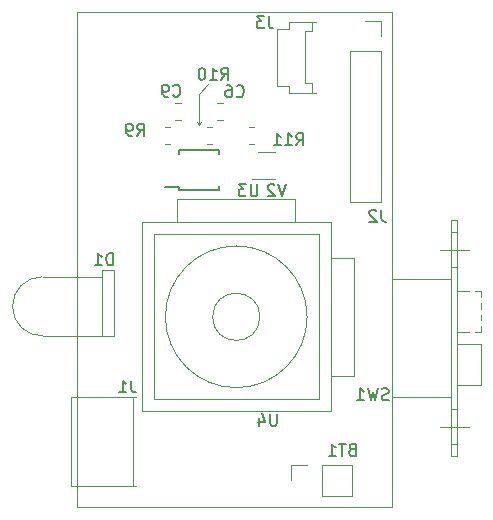
<source format=gbr>
%TF.GenerationSoftware,KiCad,Pcbnew,(5.1.7)-1*%
%TF.CreationDate,2021-09-18T16:18:18+01:00*%
%TF.ProjectId,RcCtlHw,52634374-6c48-4772-9e6b-696361645f70,rev?*%
%TF.SameCoordinates,Original*%
%TF.FileFunction,Legend,Bot*%
%TF.FilePolarity,Positive*%
%FSLAX46Y46*%
G04 Gerber Fmt 4.6, Leading zero omitted, Abs format (unit mm)*
G04 Created by KiCad (PCBNEW (5.1.7)-1) date 2021-09-18 16:18:18*
%MOMM*%
%LPD*%
G01*
G04 APERTURE LIST*
%ADD10C,0.120000*%
%TA.AperFunction,Profile*%
%ADD11C,0.050000*%
%TD*%
%ADD12C,0.150000*%
G04 APERTURE END LIST*
D10*
X124612400Y-94030800D02*
X124764800Y-93726000D01*
X124612400Y-94030800D02*
X124460000Y-93726000D01*
X124612400Y-91338400D02*
X125374400Y-90525600D01*
X124612400Y-94030800D02*
X124612400Y-91338400D01*
D11*
X114300000Y-84455000D02*
X140970000Y-84455000D01*
X140970000Y-84455000D02*
X140970000Y-84836000D01*
X114300000Y-84709000D02*
X114300000Y-84455000D01*
X140970000Y-126365000D02*
X140970000Y-119380000D01*
X114300000Y-126365000D02*
X140970000Y-126365000D01*
X114300000Y-119380000D02*
X114300000Y-126365000D01*
X114300000Y-119380000D02*
X114300000Y-84709000D01*
X140970000Y-84836000D02*
X140970000Y-119380000D01*
D10*
%TO.C,SW1*%
X140970000Y-106047000D02*
X140970000Y-118047000D01*
X147470000Y-111547000D02*
X146470000Y-111547000D01*
X148470000Y-111547000D02*
X147970000Y-111547000D01*
X147470000Y-108047000D02*
X146470000Y-108047000D01*
X148470000Y-108047000D02*
X147970000Y-108047000D01*
X148470000Y-111047000D02*
X148470000Y-111547000D01*
X148470000Y-110047000D02*
X148470000Y-110547000D01*
X148470000Y-109047000D02*
X148470000Y-109547000D01*
X148470000Y-108047000D02*
X148470000Y-108547000D01*
X148470000Y-116047000D02*
X146470000Y-116047000D01*
X148470000Y-112547000D02*
X146470000Y-112547000D01*
X148470000Y-116047000D02*
X148470000Y-112547000D01*
X145970000Y-106047000D02*
X146470000Y-106047000D01*
X146470000Y-103047000D02*
X145970000Y-103047000D01*
X145970000Y-121047000D02*
X146470000Y-121047000D01*
X145970000Y-118047000D02*
X146470000Y-118047000D01*
X144970000Y-119547000D02*
X147470000Y-119547000D01*
X147470000Y-104547000D02*
X144970000Y-104547000D01*
X140970000Y-107047000D02*
X145970000Y-107047000D01*
X140970000Y-117047000D02*
X140970000Y-107047000D01*
X145970000Y-117047000D02*
X140970000Y-117047000D01*
X146470000Y-122047000D02*
X145970000Y-122047000D01*
X146470000Y-102047000D02*
X146470000Y-122047000D01*
X145970000Y-102047000D02*
X146470000Y-102047000D01*
X145970000Y-122047000D02*
X145970000Y-102047000D01*
%TO.C,J2*%
X140014000Y-100517000D02*
X137354000Y-100517000D01*
X140014000Y-87757000D02*
X140014000Y-100517000D01*
X137354000Y-87757000D02*
X137354000Y-100517000D01*
X140014000Y-87757000D02*
X137354000Y-87757000D01*
X140014000Y-86487000D02*
X140014000Y-85157000D01*
X140014000Y-85157000D02*
X138684000Y-85157000D01*
%TO.C,U4*%
X137761000Y-115236000D02*
X135761000Y-115236000D01*
X137761000Y-105236000D02*
X137761000Y-115236000D01*
X135761000Y-105236000D02*
X137761000Y-105236000D01*
X132761000Y-100236000D02*
X132761000Y-102236000D01*
X122761000Y-100236000D02*
X132761000Y-100236000D01*
X122761000Y-102236000D02*
X122761000Y-100236000D01*
X133761000Y-110236000D02*
G75*
G03*
X133761000Y-110236000I-6000000J0D01*
G01*
X129761000Y-110236000D02*
G75*
G03*
X129761000Y-110236000I-2000000J0D01*
G01*
X135761000Y-118236000D02*
X119761000Y-118236000D01*
X135761000Y-102236000D02*
X135761000Y-118236000D01*
X119761000Y-102236000D02*
X135761000Y-102236000D01*
X119761000Y-118236000D02*
X119761000Y-102236000D01*
X120761000Y-110236000D02*
X120761000Y-103236000D01*
X120761000Y-103236000D02*
X134761000Y-103236000D01*
X134761000Y-103236000D02*
X134761000Y-117236000D01*
X134761000Y-117236000D02*
X120761000Y-117236000D01*
X120761000Y-117236000D02*
X120761000Y-110236000D01*
%TO.C,D1*%
X117414000Y-111802000D02*
X117414000Y-106302000D01*
X117414000Y-106302000D02*
X116414000Y-106302000D01*
X116414000Y-106302000D02*
X116414000Y-111852000D01*
X116414000Y-111852000D02*
X117414000Y-111852000D01*
X116414000Y-111852000D02*
X111364000Y-111852000D01*
X116414000Y-106852000D02*
X111364000Y-106852000D01*
X111314002Y-106851502D02*
G75*
G03*
X111364000Y-111852000I-1J-2500499D01*
G01*
D12*
%TO.C,U3*%
X122912000Y-99465000D02*
X122912000Y-99240000D01*
X126262000Y-99465000D02*
X126262000Y-99165000D01*
X126262000Y-96115000D02*
X126262000Y-96415000D01*
X122912000Y-96115000D02*
X122912000Y-96415000D01*
X122912000Y-99465000D02*
X126262000Y-99465000D01*
X122912000Y-96115000D02*
X126262000Y-96115000D01*
X122912000Y-99240000D02*
X121687000Y-99240000D01*
D10*
%TO.C,J1*%
X119018000Y-124527000D02*
X119018000Y-117027000D01*
X113768000Y-124527000D02*
X119268000Y-124527000D01*
X113768000Y-117027000D02*
X119268000Y-117027000D01*
X114268000Y-124527000D02*
X114268000Y-117027000D01*
X113768000Y-124527000D02*
X113768000Y-117027000D01*
%TO.C,C6*%
X126626252Y-93572000D02*
X126103748Y-93572000D01*
X126626252Y-92102000D02*
X126103748Y-92102000D01*
%TO.C,R10*%
X125703064Y-94134000D02*
X125248936Y-94134000D01*
X125703064Y-95604000D02*
X125248936Y-95604000D01*
%TO.C,V2*%
X131002000Y-98569000D02*
X129102000Y-98569000D01*
X129602000Y-96249000D02*
X131002000Y-96249000D01*
%TO.C,J3*%
X131191000Y-90665000D02*
X131191000Y-85865000D01*
X132191000Y-85265000D02*
X134491000Y-85265000D01*
X132191000Y-91265000D02*
X134491000Y-91265000D01*
X134191000Y-91265000D02*
X134191000Y-90465000D01*
X134191000Y-90465000D02*
X133591000Y-90465000D01*
X133591000Y-90465000D02*
X133591000Y-86065000D01*
X133591000Y-86065000D02*
X134191000Y-86065000D01*
X134191000Y-86065000D02*
X134191000Y-85265000D01*
X132191000Y-91265000D02*
X132191000Y-90665000D01*
X132191000Y-90665000D02*
X131191000Y-90665000D01*
X132191000Y-85265000D02*
X132191000Y-85865000D01*
X132191000Y-85865000D02*
X131191000Y-85865000D01*
%TO.C,BT1*%
X137601000Y-122749000D02*
X137601000Y-125409000D01*
X135001000Y-122749000D02*
X137601000Y-122749000D01*
X135001000Y-125409000D02*
X137601000Y-125409000D01*
X135001000Y-122749000D02*
X135001000Y-125409000D01*
X133731000Y-122749000D02*
X132401000Y-122749000D01*
X132401000Y-122749000D02*
X132401000Y-124079000D01*
%TO.C,R9*%
X121692936Y-94134000D02*
X122147064Y-94134000D01*
X121692936Y-95604000D02*
X122147064Y-95604000D01*
%TO.C,R11*%
X128804936Y-94134000D02*
X129259064Y-94134000D01*
X128804936Y-95604000D02*
X129259064Y-95604000D01*
%TO.C,C9*%
X122598548Y-93572000D02*
X123121052Y-93572000D01*
X122598548Y-92102000D02*
X123121052Y-92102000D01*
%TD*%
%TO.C,SW1*%
D12*
X140652333Y-117244761D02*
X140509476Y-117292380D01*
X140271380Y-117292380D01*
X140176142Y-117244761D01*
X140128523Y-117197142D01*
X140080904Y-117101904D01*
X140080904Y-117006666D01*
X140128523Y-116911428D01*
X140176142Y-116863809D01*
X140271380Y-116816190D01*
X140461857Y-116768571D01*
X140557095Y-116720952D01*
X140604714Y-116673333D01*
X140652333Y-116578095D01*
X140652333Y-116482857D01*
X140604714Y-116387619D01*
X140557095Y-116340000D01*
X140461857Y-116292380D01*
X140223761Y-116292380D01*
X140080904Y-116340000D01*
X139747571Y-116292380D02*
X139509476Y-117292380D01*
X139319000Y-116578095D01*
X139128523Y-117292380D01*
X138890428Y-116292380D01*
X137985666Y-117292380D02*
X138557095Y-117292380D01*
X138271380Y-117292380D02*
X138271380Y-116292380D01*
X138366619Y-116435238D01*
X138461857Y-116530476D01*
X138557095Y-116578095D01*
%TO.C,J2*%
X140033333Y-101179380D02*
X140033333Y-101893666D01*
X140080952Y-102036523D01*
X140176190Y-102131761D01*
X140319047Y-102179380D01*
X140414285Y-102179380D01*
X139604761Y-101274619D02*
X139557142Y-101227000D01*
X139461904Y-101179380D01*
X139223809Y-101179380D01*
X139128571Y-101227000D01*
X139080952Y-101274619D01*
X139033333Y-101369857D01*
X139033333Y-101465095D01*
X139080952Y-101607952D01*
X139652380Y-102179380D01*
X139033333Y-102179380D01*
%TO.C,U4*%
X131190904Y-118451380D02*
X131190904Y-119260904D01*
X131143285Y-119356142D01*
X131095666Y-119403761D01*
X131000428Y-119451380D01*
X130809952Y-119451380D01*
X130714714Y-119403761D01*
X130667095Y-119356142D01*
X130619476Y-119260904D01*
X130619476Y-118451380D01*
X129714714Y-118784714D02*
X129714714Y-119451380D01*
X129952809Y-118403761D02*
X130190904Y-119118047D01*
X129571857Y-119118047D01*
%TO.C,D1*%
X117324095Y-105862380D02*
X117324095Y-104862380D01*
X117086000Y-104862380D01*
X116943142Y-104910000D01*
X116847904Y-105005238D01*
X116800285Y-105100476D01*
X116752666Y-105290952D01*
X116752666Y-105433809D01*
X116800285Y-105624285D01*
X116847904Y-105719523D01*
X116943142Y-105814761D01*
X117086000Y-105862380D01*
X117324095Y-105862380D01*
X115800285Y-105862380D02*
X116371714Y-105862380D01*
X116086000Y-105862380D02*
X116086000Y-104862380D01*
X116181238Y-105005238D01*
X116276476Y-105100476D01*
X116371714Y-105148095D01*
%TO.C,U3*%
X129539904Y-99020380D02*
X129539904Y-99829904D01*
X129492285Y-99925142D01*
X129444666Y-99972761D01*
X129349428Y-100020380D01*
X129158952Y-100020380D01*
X129063714Y-99972761D01*
X129016095Y-99925142D01*
X128968476Y-99829904D01*
X128968476Y-99020380D01*
X128587523Y-99020380D02*
X127968476Y-99020380D01*
X128301809Y-99401333D01*
X128158952Y-99401333D01*
X128063714Y-99448952D01*
X128016095Y-99496571D01*
X127968476Y-99591809D01*
X127968476Y-99829904D01*
X128016095Y-99925142D01*
X128063714Y-99972761D01*
X128158952Y-100020380D01*
X128444666Y-100020380D01*
X128539904Y-99972761D01*
X128587523Y-99925142D01*
%TO.C,J1*%
X118875133Y-115631980D02*
X118875133Y-116346266D01*
X118922752Y-116489123D01*
X119017990Y-116584361D01*
X119160847Y-116631980D01*
X119256085Y-116631980D01*
X117875133Y-116631980D02*
X118446561Y-116631980D01*
X118160847Y-116631980D02*
X118160847Y-115631980D01*
X118256085Y-115774838D01*
X118351323Y-115870076D01*
X118446561Y-115917695D01*
%TO.C,C6*%
X127801666Y-91543142D02*
X127849285Y-91590761D01*
X127992142Y-91638380D01*
X128087380Y-91638380D01*
X128230238Y-91590761D01*
X128325476Y-91495523D01*
X128373095Y-91400285D01*
X128420714Y-91209809D01*
X128420714Y-91066952D01*
X128373095Y-90876476D01*
X128325476Y-90781238D01*
X128230238Y-90686000D01*
X128087380Y-90638380D01*
X127992142Y-90638380D01*
X127849285Y-90686000D01*
X127801666Y-90733619D01*
X126944523Y-90638380D02*
X127135000Y-90638380D01*
X127230238Y-90686000D01*
X127277857Y-90733619D01*
X127373095Y-90876476D01*
X127420714Y-91066952D01*
X127420714Y-91447904D01*
X127373095Y-91543142D01*
X127325476Y-91590761D01*
X127230238Y-91638380D01*
X127039761Y-91638380D01*
X126944523Y-91590761D01*
X126896904Y-91543142D01*
X126849285Y-91447904D01*
X126849285Y-91209809D01*
X126896904Y-91114571D01*
X126944523Y-91066952D01*
X127039761Y-91019333D01*
X127230238Y-91019333D01*
X127325476Y-91066952D01*
X127373095Y-91114571D01*
X127420714Y-91209809D01*
%TO.C,R10*%
X126474457Y-90165180D02*
X126807790Y-89688990D01*
X127045885Y-90165180D02*
X127045885Y-89165180D01*
X126664933Y-89165180D01*
X126569695Y-89212800D01*
X126522076Y-89260419D01*
X126474457Y-89355657D01*
X126474457Y-89498514D01*
X126522076Y-89593752D01*
X126569695Y-89641371D01*
X126664933Y-89688990D01*
X127045885Y-89688990D01*
X125522076Y-90165180D02*
X126093504Y-90165180D01*
X125807790Y-90165180D02*
X125807790Y-89165180D01*
X125903028Y-89308038D01*
X125998266Y-89403276D01*
X126093504Y-89450895D01*
X124903028Y-89165180D02*
X124807790Y-89165180D01*
X124712552Y-89212800D01*
X124664933Y-89260419D01*
X124617314Y-89355657D01*
X124569695Y-89546133D01*
X124569695Y-89784228D01*
X124617314Y-89974704D01*
X124664933Y-90069942D01*
X124712552Y-90117561D01*
X124807790Y-90165180D01*
X124903028Y-90165180D01*
X124998266Y-90117561D01*
X125045885Y-90069942D01*
X125093504Y-89974704D01*
X125141123Y-89784228D01*
X125141123Y-89546133D01*
X125093504Y-89355657D01*
X125045885Y-89260419D01*
X124998266Y-89212800D01*
X124903028Y-89165180D01*
%TO.C,V2*%
X131949723Y-99020380D02*
X131616390Y-100020380D01*
X131283057Y-99020380D01*
X130997342Y-99115619D02*
X130949723Y-99068000D01*
X130854485Y-99020380D01*
X130616390Y-99020380D01*
X130521152Y-99068000D01*
X130473533Y-99115619D01*
X130425914Y-99210857D01*
X130425914Y-99306095D01*
X130473533Y-99448952D01*
X131044961Y-100020380D01*
X130425914Y-100020380D01*
%TO.C,J3*%
X130508333Y-84796380D02*
X130508333Y-85510666D01*
X130555952Y-85653523D01*
X130651190Y-85748761D01*
X130794047Y-85796380D01*
X130889285Y-85796380D01*
X130127380Y-84796380D02*
X129508333Y-84796380D01*
X129841666Y-85177333D01*
X129698809Y-85177333D01*
X129603571Y-85224952D01*
X129555952Y-85272571D01*
X129508333Y-85367809D01*
X129508333Y-85605904D01*
X129555952Y-85701142D01*
X129603571Y-85748761D01*
X129698809Y-85796380D01*
X129984523Y-85796380D01*
X130079761Y-85748761D01*
X130127380Y-85701142D01*
%TO.C,BT1*%
X137564714Y-121467571D02*
X137421857Y-121515190D01*
X137374238Y-121562809D01*
X137326619Y-121658047D01*
X137326619Y-121800904D01*
X137374238Y-121896142D01*
X137421857Y-121943761D01*
X137517095Y-121991380D01*
X137898047Y-121991380D01*
X137898047Y-120991380D01*
X137564714Y-120991380D01*
X137469476Y-121039000D01*
X137421857Y-121086619D01*
X137374238Y-121181857D01*
X137374238Y-121277095D01*
X137421857Y-121372333D01*
X137469476Y-121419952D01*
X137564714Y-121467571D01*
X137898047Y-121467571D01*
X137040904Y-120991380D02*
X136469476Y-120991380D01*
X136755190Y-121991380D02*
X136755190Y-120991380D01*
X135612333Y-121991380D02*
X136183761Y-121991380D01*
X135898047Y-121991380D02*
X135898047Y-120991380D01*
X135993285Y-121134238D01*
X136088523Y-121229476D01*
X136183761Y-121277095D01*
%TO.C,R9*%
X119368866Y-94889580D02*
X119702200Y-94413390D01*
X119940295Y-94889580D02*
X119940295Y-93889580D01*
X119559342Y-93889580D01*
X119464104Y-93937200D01*
X119416485Y-93984819D01*
X119368866Y-94080057D01*
X119368866Y-94222914D01*
X119416485Y-94318152D01*
X119464104Y-94365771D01*
X119559342Y-94413390D01*
X119940295Y-94413390D01*
X118892676Y-94889580D02*
X118702200Y-94889580D01*
X118606961Y-94841961D01*
X118559342Y-94794342D01*
X118464104Y-94651485D01*
X118416485Y-94461009D01*
X118416485Y-94080057D01*
X118464104Y-93984819D01*
X118511723Y-93937200D01*
X118606961Y-93889580D01*
X118797438Y-93889580D01*
X118892676Y-93937200D01*
X118940295Y-93984819D01*
X118987914Y-94080057D01*
X118987914Y-94318152D01*
X118940295Y-94413390D01*
X118892676Y-94461009D01*
X118797438Y-94508628D01*
X118606961Y-94508628D01*
X118511723Y-94461009D01*
X118464104Y-94413390D01*
X118416485Y-94318152D01*
%TO.C,R11*%
X132849857Y-95702380D02*
X133183190Y-95226190D01*
X133421285Y-95702380D02*
X133421285Y-94702380D01*
X133040333Y-94702380D01*
X132945095Y-94750000D01*
X132897476Y-94797619D01*
X132849857Y-94892857D01*
X132849857Y-95035714D01*
X132897476Y-95130952D01*
X132945095Y-95178571D01*
X133040333Y-95226190D01*
X133421285Y-95226190D01*
X131897476Y-95702380D02*
X132468904Y-95702380D01*
X132183190Y-95702380D02*
X132183190Y-94702380D01*
X132278428Y-94845238D01*
X132373666Y-94940476D01*
X132468904Y-94988095D01*
X130945095Y-95702380D02*
X131516523Y-95702380D01*
X131230809Y-95702380D02*
X131230809Y-94702380D01*
X131326047Y-94845238D01*
X131421285Y-94940476D01*
X131516523Y-94988095D01*
%TO.C,C9*%
X122416866Y-91492342D02*
X122464485Y-91539961D01*
X122607342Y-91587580D01*
X122702580Y-91587580D01*
X122845438Y-91539961D01*
X122940676Y-91444723D01*
X122988295Y-91349485D01*
X123035914Y-91159009D01*
X123035914Y-91016152D01*
X122988295Y-90825676D01*
X122940676Y-90730438D01*
X122845438Y-90635200D01*
X122702580Y-90587580D01*
X122607342Y-90587580D01*
X122464485Y-90635200D01*
X122416866Y-90682819D01*
X121940676Y-91587580D02*
X121750200Y-91587580D01*
X121654961Y-91539961D01*
X121607342Y-91492342D01*
X121512104Y-91349485D01*
X121464485Y-91159009D01*
X121464485Y-90778057D01*
X121512104Y-90682819D01*
X121559723Y-90635200D01*
X121654961Y-90587580D01*
X121845438Y-90587580D01*
X121940676Y-90635200D01*
X121988295Y-90682819D01*
X122035914Y-90778057D01*
X122035914Y-91016152D01*
X121988295Y-91111390D01*
X121940676Y-91159009D01*
X121845438Y-91206628D01*
X121654961Y-91206628D01*
X121559723Y-91159009D01*
X121512104Y-91111390D01*
X121464485Y-91016152D01*
%TD*%
M02*

</source>
